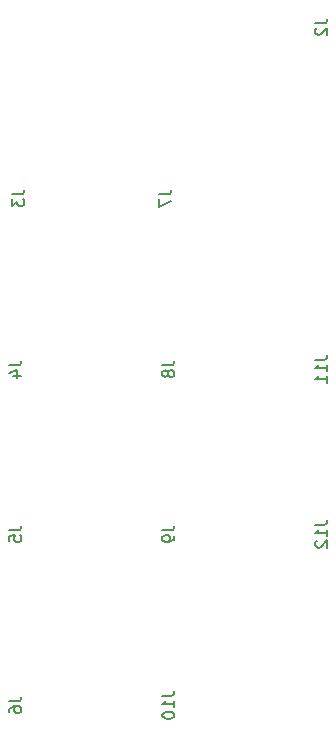
<source format=gbr>
G04 #@! TF.GenerationSoftware,KiCad,Pcbnew,5.0.1*
G04 #@! TF.CreationDate,2019-01-22T15:06:49+05:30*
G04 #@! TF.ProjectId,switches,73776974636865732E6B696361645F70,rev?*
G04 #@! TF.SameCoordinates,Original*
G04 #@! TF.FileFunction,Legend,Bot*
G04 #@! TF.FilePolarity,Positive*
%FSLAX46Y46*%
G04 Gerber Fmt 4.6, Leading zero omitted, Abs format (unit mm)*
G04 Created by KiCad (PCBNEW 5.0.1) date Tue 22 Jan 2019 03:06:49 PM IST*
%MOMM*%
%LPD*%
G01*
G04 APERTURE LIST*
%ADD10C,0.150000*%
G04 APERTURE END LIST*
G04 #@! TO.C,J12*
D10*
X138898380Y-103838476D02*
X139612666Y-103838476D01*
X139755523Y-103790857D01*
X139850761Y-103695619D01*
X139898380Y-103552761D01*
X139898380Y-103457523D01*
X139898380Y-104838476D02*
X139898380Y-104267047D01*
X139898380Y-104552761D02*
X138898380Y-104552761D01*
X139041238Y-104457523D01*
X139136476Y-104362285D01*
X139184095Y-104267047D01*
X138993619Y-105219428D02*
X138946000Y-105267047D01*
X138898380Y-105362285D01*
X138898380Y-105600380D01*
X138946000Y-105695619D01*
X138993619Y-105743238D01*
X139088857Y-105790857D01*
X139184095Y-105790857D01*
X139326952Y-105743238D01*
X139898380Y-105171809D01*
X139898380Y-105790857D01*
G04 #@! TO.C,J11*
X138898380Y-89868476D02*
X139612666Y-89868476D01*
X139755523Y-89820857D01*
X139850761Y-89725619D01*
X139898380Y-89582761D01*
X139898380Y-89487523D01*
X139898380Y-90868476D02*
X139898380Y-90297047D01*
X139898380Y-90582761D02*
X138898380Y-90582761D01*
X139041238Y-90487523D01*
X139136476Y-90392285D01*
X139184095Y-90297047D01*
X139898380Y-91820857D02*
X139898380Y-91249428D01*
X139898380Y-91535142D02*
X138898380Y-91535142D01*
X139041238Y-91439904D01*
X139136476Y-91344666D01*
X139184095Y-91249428D01*
G04 #@! TO.C,J10*
X125944380Y-118316476D02*
X126658666Y-118316476D01*
X126801523Y-118268857D01*
X126896761Y-118173619D01*
X126944380Y-118030761D01*
X126944380Y-117935523D01*
X126944380Y-119316476D02*
X126944380Y-118745047D01*
X126944380Y-119030761D02*
X125944380Y-119030761D01*
X126087238Y-118935523D01*
X126182476Y-118840285D01*
X126230095Y-118745047D01*
X125944380Y-119935523D02*
X125944380Y-120030761D01*
X125992000Y-120126000D01*
X126039619Y-120173619D01*
X126134857Y-120221238D01*
X126325333Y-120268857D01*
X126563428Y-120268857D01*
X126753904Y-120221238D01*
X126849142Y-120173619D01*
X126896761Y-120126000D01*
X126944380Y-120030761D01*
X126944380Y-119935523D01*
X126896761Y-119840285D01*
X126849142Y-119792666D01*
X126753904Y-119745047D01*
X126563428Y-119697428D01*
X126325333Y-119697428D01*
X126134857Y-119745047D01*
X126039619Y-119792666D01*
X125992000Y-119840285D01*
X125944380Y-119935523D01*
G04 #@! TO.C,J9*
X125944380Y-104314666D02*
X126658666Y-104314666D01*
X126801523Y-104267047D01*
X126896761Y-104171809D01*
X126944380Y-104028952D01*
X126944380Y-103933714D01*
X126944380Y-104838476D02*
X126944380Y-105028952D01*
X126896761Y-105124190D01*
X126849142Y-105171809D01*
X126706285Y-105267047D01*
X126515809Y-105314666D01*
X126134857Y-105314666D01*
X126039619Y-105267047D01*
X125992000Y-105219428D01*
X125944380Y-105124190D01*
X125944380Y-104933714D01*
X125992000Y-104838476D01*
X126039619Y-104790857D01*
X126134857Y-104743238D01*
X126372952Y-104743238D01*
X126468190Y-104790857D01*
X126515809Y-104838476D01*
X126563428Y-104933714D01*
X126563428Y-105124190D01*
X126515809Y-105219428D01*
X126468190Y-105267047D01*
X126372952Y-105314666D01*
G04 #@! TO.C,J8*
X125944380Y-90344666D02*
X126658666Y-90344666D01*
X126801523Y-90297047D01*
X126896761Y-90201809D01*
X126944380Y-90058952D01*
X126944380Y-89963714D01*
X126372952Y-90963714D02*
X126325333Y-90868476D01*
X126277714Y-90820857D01*
X126182476Y-90773238D01*
X126134857Y-90773238D01*
X126039619Y-90820857D01*
X125992000Y-90868476D01*
X125944380Y-90963714D01*
X125944380Y-91154190D01*
X125992000Y-91249428D01*
X126039619Y-91297047D01*
X126134857Y-91344666D01*
X126182476Y-91344666D01*
X126277714Y-91297047D01*
X126325333Y-91249428D01*
X126372952Y-91154190D01*
X126372952Y-90963714D01*
X126420571Y-90868476D01*
X126468190Y-90820857D01*
X126563428Y-90773238D01*
X126753904Y-90773238D01*
X126849142Y-90820857D01*
X126896761Y-90868476D01*
X126944380Y-90963714D01*
X126944380Y-91154190D01*
X126896761Y-91249428D01*
X126849142Y-91297047D01*
X126753904Y-91344666D01*
X126563428Y-91344666D01*
X126468190Y-91297047D01*
X126420571Y-91249428D01*
X126372952Y-91154190D01*
G04 #@! TO.C,J7*
X125690380Y-75866666D02*
X126404666Y-75866666D01*
X126547523Y-75819047D01*
X126642761Y-75723809D01*
X126690380Y-75580952D01*
X126690380Y-75485714D01*
X125690380Y-76247619D02*
X125690380Y-76914285D01*
X126690380Y-76485714D01*
G04 #@! TO.C,J6*
X112990380Y-118792666D02*
X113704666Y-118792666D01*
X113847523Y-118745047D01*
X113942761Y-118649809D01*
X113990380Y-118506952D01*
X113990380Y-118411714D01*
X112990380Y-119697428D02*
X112990380Y-119506952D01*
X113038000Y-119411714D01*
X113085619Y-119364095D01*
X113228476Y-119268857D01*
X113418952Y-119221238D01*
X113799904Y-119221238D01*
X113895142Y-119268857D01*
X113942761Y-119316476D01*
X113990380Y-119411714D01*
X113990380Y-119602190D01*
X113942761Y-119697428D01*
X113895142Y-119745047D01*
X113799904Y-119792666D01*
X113561809Y-119792666D01*
X113466571Y-119745047D01*
X113418952Y-119697428D01*
X113371333Y-119602190D01*
X113371333Y-119411714D01*
X113418952Y-119316476D01*
X113466571Y-119268857D01*
X113561809Y-119221238D01*
G04 #@! TO.C,J5*
X112990380Y-104314666D02*
X113704666Y-104314666D01*
X113847523Y-104267047D01*
X113942761Y-104171809D01*
X113990380Y-104028952D01*
X113990380Y-103933714D01*
X112990380Y-105267047D02*
X112990380Y-104790857D01*
X113466571Y-104743238D01*
X113418952Y-104790857D01*
X113371333Y-104886095D01*
X113371333Y-105124190D01*
X113418952Y-105219428D01*
X113466571Y-105267047D01*
X113561809Y-105314666D01*
X113799904Y-105314666D01*
X113895142Y-105267047D01*
X113942761Y-105219428D01*
X113990380Y-105124190D01*
X113990380Y-104886095D01*
X113942761Y-104790857D01*
X113895142Y-104743238D01*
G04 #@! TO.C,J4*
X112990380Y-90344666D02*
X113704666Y-90344666D01*
X113847523Y-90297047D01*
X113942761Y-90201809D01*
X113990380Y-90058952D01*
X113990380Y-89963714D01*
X113323714Y-91249428D02*
X113990380Y-91249428D01*
X112942761Y-91011333D02*
X113657047Y-90773238D01*
X113657047Y-91392285D01*
G04 #@! TO.C,J3*
X113244380Y-75866666D02*
X113958666Y-75866666D01*
X114101523Y-75819047D01*
X114196761Y-75723809D01*
X114244380Y-75580952D01*
X114244380Y-75485714D01*
X113244380Y-76247619D02*
X113244380Y-76866666D01*
X113625333Y-76533333D01*
X113625333Y-76676190D01*
X113672952Y-76771428D01*
X113720571Y-76819047D01*
X113815809Y-76866666D01*
X114053904Y-76866666D01*
X114149142Y-76819047D01*
X114196761Y-76771428D01*
X114244380Y-76676190D01*
X114244380Y-76390476D01*
X114196761Y-76295238D01*
X114149142Y-76247619D01*
G04 #@! TO.C,J2*
X138898380Y-61388666D02*
X139612666Y-61388666D01*
X139755523Y-61341047D01*
X139850761Y-61245809D01*
X139898380Y-61102952D01*
X139898380Y-61007714D01*
X138993619Y-61817238D02*
X138946000Y-61864857D01*
X138898380Y-61960095D01*
X138898380Y-62198190D01*
X138946000Y-62293428D01*
X138993619Y-62341047D01*
X139088857Y-62388666D01*
X139184095Y-62388666D01*
X139326952Y-62341047D01*
X139898380Y-61769619D01*
X139898380Y-62388666D01*
G04 #@! TD*
M02*

</source>
